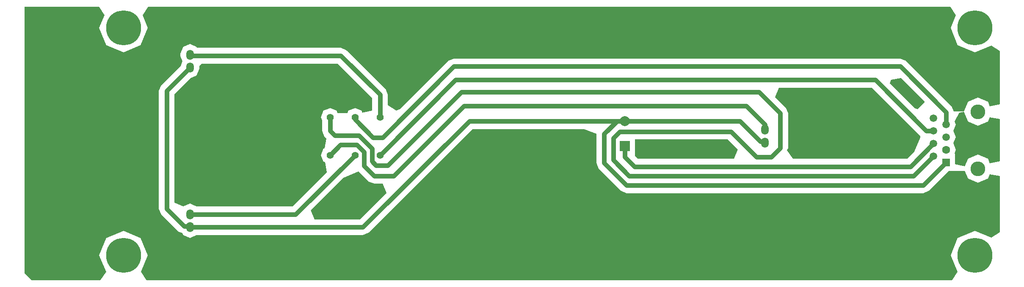
<source format=gbl>
%FSLAX24Y24*%
%MOIN*%
G70*
G01*
G75*
G04 Layer_Physical_Order=2*
G04 Layer_Color=16711680*
%ADD10C,0.0354*%
%ADD11C,0.0551*%
%ADD12R,0.0787X0.0787*%
%ADD13C,0.0787*%
%ADD14O,0.0591X0.0787*%
%ADD15C,0.2756*%
%ADD16C,0.0591*%
%ADD17R,0.0591X0.0591*%
%ADD18C,0.0630*%
%ADD19C,0.1161*%
G36*
X56167Y10322D02*
X55865Y9594D01*
X48297D01*
X48081Y9811D01*
Y11114D01*
X55374D01*
X56167Y10322D01*
D02*
G37*
G36*
X74302Y12512D02*
X75093Y12185D01*
X75883Y12512D01*
X76029Y12863D01*
X76801Y12710D01*
Y9397D01*
X76029Y9243D01*
X75883Y9594D01*
X75093Y9922D01*
X74302Y9594D01*
X74054Y8996D01*
X73281Y9150D01*
Y9992D01*
X73281D01*
X73250Y10039D01*
X73360Y10303D01*
X73142Y10829D01*
X73338Y11303D01*
X73131Y11803D01*
X73338Y12303D01*
X73250Y12516D01*
X73621Y13210D01*
X73983Y13282D01*
X74302Y12512D01*
D02*
G37*
G36*
X27093Y7801D02*
X27530Y7620D01*
X28198D01*
X28499Y6893D01*
X26406Y4799D01*
X22859D01*
X22558Y5527D01*
X25135Y8104D01*
X26305Y8589D01*
X27093Y7801D01*
D02*
G37*
G36*
X70535Y11406D02*
Y11269D01*
X70075Y10160D01*
X69510Y9594D01*
X60501D01*
X60063Y10249D01*
X60136Y10423D01*
Y13189D01*
X59955Y13626D01*
X59109Y14472D01*
X59410Y15199D01*
X66742D01*
X70535Y11406D01*
D02*
G37*
G36*
X73357Y20938D02*
X72935Y19920D01*
X73496Y18564D01*
X74852Y18002D01*
X76147Y18538D01*
X76801Y18100D01*
Y13897D01*
X76029Y13743D01*
X75883Y14094D01*
X75093Y14422D01*
X74302Y14094D01*
X73980Y13317D01*
X73192D01*
X73029Y13711D01*
X69413Y17327D01*
X68976Y17508D01*
X33829D01*
X33392Y17327D01*
X29608Y13543D01*
X29275Y13405D01*
X28620Y13842D01*
Y14646D01*
X28439Y15083D01*
X25358Y18163D01*
X24922Y18344D01*
X13594D01*
X13559Y18429D01*
X13032Y18648D01*
X12504Y18429D01*
X12286Y17902D01*
Y17705D01*
X12457Y17292D01*
X12307Y16929D01*
X10774Y15396D01*
X10593Y14959D01*
Y5640D01*
X10774Y5203D01*
X12137Y3839D01*
X12438Y3715D01*
X12446Y3697D01*
D01*
X12446D01*
X12446D01*
X12446Y3697D01*
X12446D01*
D01*
D01*
Y3697D01*
X12504Y3556D01*
D01*
D01*
Y3556D01*
X13032Y3337D01*
D01*
D01*
D01*
X13173Y3396D01*
D01*
D01*
X13173D01*
D01*
D01*
X13173D01*
D01*
D01*
X13173Y3396D01*
D01*
D01*
X13559Y3556D01*
X13562Y3563D01*
X26662D01*
X27099Y3744D01*
X35294Y11939D01*
X44090D01*
X45042Y11545D01*
Y9252D01*
X45223Y8815D01*
X46984Y7053D01*
X47421Y6872D01*
X70780D01*
X71216Y7053D01*
X72777Y8614D01*
X73281D01*
Y8614D01*
X74052D01*
X74302Y8012D01*
X75093Y7685D01*
X75883Y8012D01*
X76029Y8363D01*
X76801Y8210D01*
Y3786D01*
X76147Y3348D01*
X74852Y3884D01*
X73496Y3323D01*
X72935Y1967D01*
X73478Y655D01*
X73041Y0D01*
X9617D01*
X9179Y655D01*
X9723Y1967D01*
X9161Y3323D01*
X7805Y3884D01*
X6449Y3323D01*
X5888Y1967D01*
X6431Y655D01*
X5994Y0D01*
X557D01*
X0Y557D01*
X0Y21593D01*
X5872D01*
X6309Y20938D01*
X5888Y19920D01*
X6449Y18564D01*
X7805Y18002D01*
X9161Y18564D01*
X9723Y19920D01*
X9301Y20938D01*
X9738Y21593D01*
X72919D01*
X73357Y20938D01*
D02*
G37*
G36*
X70868Y14124D02*
X70896Y14056D01*
X70339Y13499D01*
X70083Y13605D01*
X68144Y15544D01*
X68255Y15811D01*
X69027Y15965D01*
X70868Y14124D01*
D02*
G37*
G36*
X27384Y14390D02*
Y13383D01*
X26612Y13229D01*
X26546Y13388D01*
X26033Y13601D01*
X25521Y13388D01*
X25443Y13199D01*
X24656D01*
X24640Y13236D01*
X24640D01*
X24577Y13388D01*
X24065Y13601D01*
X23913Y13538D01*
X23913D01*
X23705Y13451D01*
X23705D01*
Y13451D01*
Y13451D01*
D01*
D01*
X23553Y13388D01*
D01*
D01*
X23553D01*
X23341Y12876D01*
D01*
D01*
D01*
X23404Y12724D01*
Y12724D01*
Y12724D01*
Y12724D01*
X23404D01*
D01*
D01*
D01*
D01*
X23404D01*
X23447Y12619D01*
Y11801D01*
X23628Y11364D01*
X23795Y11197D01*
X23641Y10425D01*
X23553Y10388D01*
X23341Y9876D01*
X23341Y9876D01*
X23553Y9364D01*
X23672Y9315D01*
X23826Y8542D01*
X21106Y5823D01*
X13562D01*
X13559Y5831D01*
X13173Y5990D01*
Y5990D01*
X13173D01*
X13032Y6049D01*
X12504Y5831D01*
X11829Y6111D01*
Y14703D01*
X13082Y15957D01*
X13559Y16154D01*
X13777Y16681D01*
Y16878D01*
X13931Y17108D01*
X24666D01*
X27384Y14390D01*
D02*
G37*
D10*
X72593Y12303D02*
Y13274D01*
X68976Y16890D02*
X72593Y13274D01*
X33829Y16890D02*
X68976D01*
X71012Y11803D02*
X71593D01*
X66998Y15817D02*
X71012Y11803D01*
X33943Y15817D02*
X66998D01*
X27461Y11270D02*
X28209D01*
X26033Y12697D02*
X27461Y11270D01*
X26033Y12697D02*
Y12876D01*
X28209Y11270D02*
X33829Y16890D01*
X59518Y10423D02*
Y13189D01*
X58819Y9724D02*
X59518Y10423D01*
X57638Y9724D02*
X58819D01*
X55630Y11732D02*
X57638Y9724D01*
X69766Y8976D02*
X71593Y10803D01*
X48041Y8976D02*
X69766D01*
X47293Y9724D02*
X48041Y8976D01*
X70028Y8238D02*
X71593Y9803D01*
X47618Y8238D02*
X70028D01*
X46378Y9478D02*
X47618Y8238D01*
X70780Y7490D02*
X72593Y9303D01*
X47421Y7490D02*
X70780D01*
X45659Y9252D02*
X47421Y7490D01*
X47293Y9724D02*
Y10589D01*
X57844Y14862D02*
X59518Y13189D01*
X46890Y11732D02*
X55630D01*
X46378Y9478D02*
Y11220D01*
X46890Y11732D01*
X45659Y11545D02*
X46671Y12557D01*
X45659Y9252D02*
Y11545D01*
X46671Y12557D02*
X47293D01*
X34400Y14862D02*
X57844D01*
X56858Y13750D02*
X58307Y12301D01*
X34606Y13750D02*
X56858D01*
X29094Y8238D02*
X34606Y13750D01*
X35038Y12557D02*
X47293D01*
X26662Y4181D02*
X35038Y12557D01*
X13032Y4181D02*
X26662D01*
X27530Y8238D02*
X29094D01*
X28612Y9075D02*
X34400Y14862D01*
X28002Y9876D02*
X33943Y15817D01*
X27687Y9075D02*
X28612D01*
X26742Y9026D02*
X27530Y8238D01*
X28002Y12876D02*
Y14646D01*
X24922Y17726D02*
X28002Y14646D01*
X13032Y17726D02*
X24922D01*
X27382Y9380D02*
X27687Y9075D01*
X27382Y9380D02*
Y10394D01*
X26348Y11427D02*
X27382Y10394D01*
X24439Y11427D02*
X26348D01*
X24065Y11801D02*
X24439Y11427D01*
X26191Y10679D02*
X26742Y10128D01*
X24868Y10679D02*
X26191D01*
X24065Y9876D02*
X24868Y10679D01*
X24065Y11801D02*
Y12876D01*
X26742Y9026D02*
Y10128D01*
X12574Y4276D02*
X13032D01*
X11211Y5640D02*
X12574Y4276D01*
X11211Y5640D02*
Y14959D01*
X21362Y5205D02*
X26033Y9876D01*
X13032Y5205D02*
X21362D01*
X11211Y14959D02*
X13032Y16780D01*
X57942Y10976D02*
X58307D01*
Y11898D02*
Y12301D01*
X13032Y17726D02*
Y17803D01*
X58307Y10874D02*
Y10976D01*
X56361Y12557D02*
X57942Y10976D01*
X47293Y12557D02*
X56361D01*
D11*
X26033Y9876D02*
D03*
Y12876D02*
D03*
X24065D02*
D03*
Y9876D02*
D03*
X28002D02*
D03*
Y12876D02*
D03*
D12*
X47293Y10589D02*
D03*
D13*
Y12557D02*
D03*
D14*
X58307Y10874D02*
D03*
Y11898D02*
D03*
X13032Y16780D02*
D03*
Y17803D02*
D03*
Y5205D02*
D03*
Y4181D02*
D03*
D15*
X74852Y1967D02*
D03*
Y19920D02*
D03*
X7805D02*
D03*
Y1967D02*
D03*
D16*
X71593Y12803D02*
D03*
Y9803D02*
D03*
X72593Y12303D02*
D03*
X71593Y11803D02*
D03*
Y10803D02*
D03*
X72593Y11303D02*
D03*
D17*
Y9303D02*
D03*
D18*
Y10303D02*
D03*
D19*
X75093Y8803D02*
D03*
Y13303D02*
D03*
M02*

</source>
